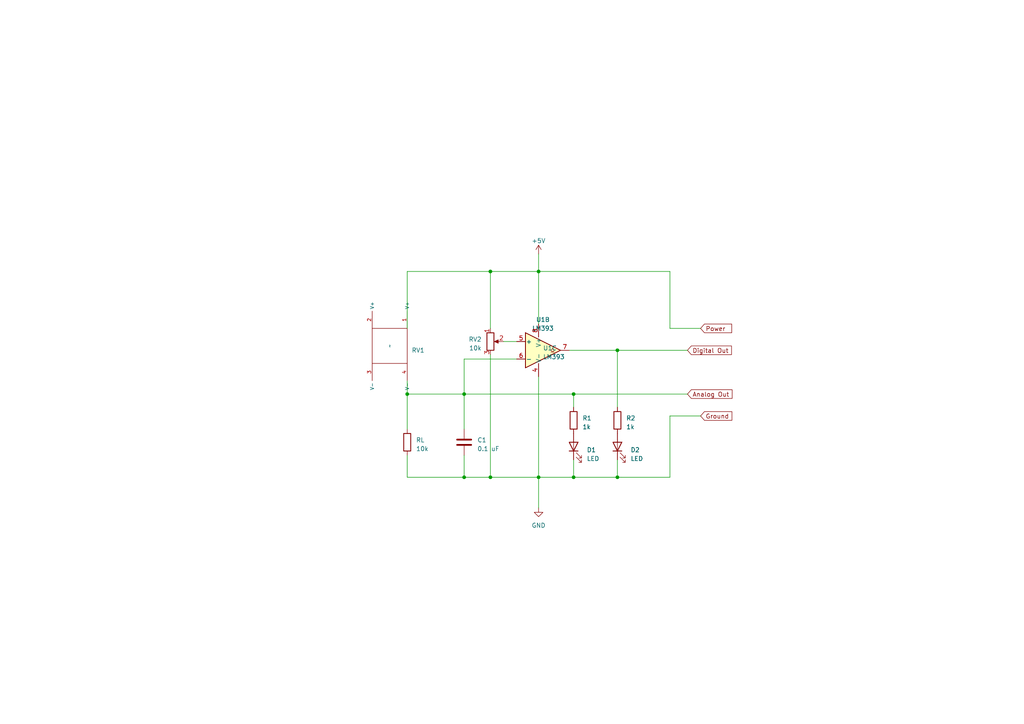
<source format=kicad_sch>
(kicad_sch (version 20230121) (generator eeschema)
  (paper "A4")
  (lib_symbols
    (symbol "Comparator:LM393" (pin_names (offset 0.127))
      (property "Reference" "U" (at 3.81 3.81 0))
      (property "Value" "LM393" (at 6.35 -3.81 0))
      (symbol "LM393_1_1"
        (polyline (pts (xy -5.08 5.08) (xy 5.08 0) (xy -5.08 -5.08) (xy -5.08 5.08)) (stroke (width 0.254)) (fill (type background)))
        (polyline (pts (xy 3.302 -0.508) (xy 2.794 -0.508) (xy 3.302 0) (xy 2.794 0.508) (xy 2.286 0) (xy 2.794 -0.508) (xy 2.286 -0.508)) (stroke (width 0.127)))
        (pin open_collector line (at 7.62 0 180) (length 2.54) (name "~") (number "1"))
        (pin input line (at -7.62 -2.54 0) (length 2.54) (name "-") (number "2"))
        (pin input line (at -7.62 2.54 0) (length 2.54) (name "+") (number "3"))
      )
      (symbol "LM393_2_1"
        (polyline (pts (xy -5.08 5.08) (xy 5.08 0) (xy -5.08 -5.08) (xy -5.08 5.08)) (stroke (width 0.254)) (fill (type background)))
        (polyline (pts (xy 3.302 -0.508) (xy 2.794 -0.508) (xy 3.302 0) (xy 2.794 0.508) (xy 2.286 0) (xy 2.794 -0.508) (xy 2.286 -0.508)) (stroke (width 0.127)))
        (pin input line (at -7.62 2.54 0) (length 2.54) (name "+") (number "5"))
        (pin input line (at -7.62 -2.54 0) (length 2.54) (name "-") (number "6"))
        (pin open_collector line (at 7.62 0 180) (length 2.54) (name "~") (number "7"))
      )
      (symbol "LM393_3_1"
        (pin power_in line (at -2.54 -7.62 90) (length 3.81) (name "V-") (number "4"))
        (pin power_in line (at -2.54 7.62 270) (length 3.81) (name "V+") (number "8"))
      )
    )
    (symbol "Device:C" (pin_numbers hide) (pin_names (offset 0.254))
      (property "Reference" "C" (at 0.635 2.54 0))
      (property "Value" "C" (at 0.635 -2.54 0))
      (symbol "C_0_1"
        (polyline (pts (xy -2.032 -0.762) (xy 2.032 -0.762)) (stroke (width 0.508)))
        (polyline (pts (xy -2.032 0.762) (xy 2.032 0.762)) (stroke (width 0.508)))
      )
      (symbol "C_1_1"
        (pin passive line (at 0 3.81 270) (length 2.794) (name "~") (number "1"))
        (pin passive line (at 0 -3.81 90) (length 2.794) (name "~") (number "2"))
      )
    )
    (symbol "Device:LED" (pin_numbers hide) (pin_names (offset 1.016) hide)
      (property "Reference" "D" (at 0 2.54 0))
      (property "Value" "LED" (at 0 -2.54 0))
      (symbol "LED_0_1"
        (polyline (pts (xy -1.27 -1.27) (xy -1.27 1.27)) (stroke (width 0.254)))
        (polyline (pts (xy -1.27 0) (xy 1.27 0)))
        (polyline (pts (xy 1.27 -1.27) (xy 1.27 1.27) (xy -1.27 0) (xy 1.27 -1.27)) (stroke (width 0.254)))
        (polyline (pts (xy -3.048 -0.762) (xy -4.572 -2.286) (xy -3.81 -2.286) (xy -4.572 -2.286) (xy -4.572 -1.524)))
        (polyline (pts (xy -1.778 -0.762) (xy -3.302 -2.286) (xy -2.54 -2.286) (xy -3.302 -2.286) (xy -3.302 -1.524)))
      )
      (symbol "LED_1_1"
        (pin passive line (at -3.81 0 0) (length 2.54) (name "K") (number "1"))
        (pin passive line (at 3.81 0 180) (length 2.54) (name "A") (number "2"))
      )
    )
    (symbol "Device:R" (pin_numbers hide) (pin_names (offset 0))
      (property "Reference" "R" (at 2.032 0 90))
      (property "Value" "R" (at 0 0 90))
      (symbol "R_0_1"
        (rectangle (start -1.016 -2.54) (end 1.016 2.54) (stroke (width 0.254)))
      )
      (symbol "R_1_1"
        (pin passive line (at 0 3.81 270) (length 1.27) (name "~") (number "1"))
        (pin passive line (at 0 -3.81 90) (length 1.27) (name "~") (number "2"))
      )
    )
    (symbol "Device:R_Potentiometer" (pin_names (offset 1.016) hide)
      (property "Reference" "RV" (at -4.445 0 90))
      (property "Value" "R_Potentiometer" (at -2.54 0 90))
      (symbol "R_Potentiometer_0_1"
        (polyline (pts (xy 2.54 0) (xy 1.524 0)))
        (polyline (pts (xy 1.143 0) (xy 2.286 0.508) (xy 2.286 -0.508) (xy 1.143 0)) (fill (type outline)))
        (rectangle (start 1.016 2.54) (end -1.016 -2.54) (stroke (width 0.254)))
      )
      (symbol "R_Potentiometer_1_1"
        (pin passive line (at 0 3.81 270) (length 1.27) (name "1") (number "1"))
        (pin passive line (at 3.81 0 180) (length 1.27) (name "2") (number "2"))
        (pin passive line (at 0 -3.81 90) (length 1.27) (name "3") (number "3"))
      )
    )
    (symbol "NH3 Sensor:NH3S"
      (property "Reference" "RV" (at 0 7.62 0))
      (symbol "NH3S_0_1"
        (rectangle (start -5.08 5.08) (end 5.08 -5.08))
      )
      (symbol "NH3S_1_1"
        (pin bidirectional line (at -5.08 5.08 180) (length 5) (name "V+") (number "1"))
        (pin bidirectional line (at -5.08 -5.08 180) (length 5) (name "V+") (number "2"))
        (pin bidirectional line (at 5.08 -5.08 0) (length 5) (name "V-") (number "3"))
        (pin bidirectional line (at 5.08 5.08 0) (length 5) (name "V-") (number "4"))
      )
    )
    (symbol "power:+5V" (power) (pin_names (offset 0))
      (property "Value" "+5V" (at 0 3.556 0))
      (symbol "+5V_0_1"
        (polyline (pts (xy -0.762 1.27) (xy 0 2.54)))
        (polyline (pts (xy 0 0) (xy 0 2.54)))
        (polyline (pts (xy 0 2.54) (xy 0.762 1.27)))
      )
      (symbol "+5V_1_1"
        (pin power_in line (at 0 0 90) (length 0) hide (name "+5V") (number "1"))
      )
    )
    (symbol "power:GND" (power) (pin_names (offset 0))
      (property "Value" "GND" (at 0 -3.81 0))
      (symbol "GND_0_1"
        (polyline (pts (xy 0 0) (xy 0 -1.27) (xy 1.27 -1.27) (xy 0 -2.54) (xy -1.27 -1.27) (xy 0 -1.27)))
      )
      (symbol "GND_1_1"
        (pin power_in line (at 0 0 270) (length 0) hide (name "GND") (number "1"))
      )
    )
  )
  (junction (at 179.07 138.43))
  (junction (at 156.21 138.43))
  (junction (at 142.24 138.43))
  (junction (at 118.11 114.3))
  (junction (at 156.21 78.74))
  (junction (at 166.37 114.3))
  (junction (at 179.07 101.6))
  (junction (at 134.62 138.43))
  (junction (at 166.37 138.43))
  (junction (at 142.24 78.74))
  (junction (at 134.62 114.3))
  (wire (pts (xy 142.24 78.74) (xy 142.24 95.25)))
  (wire (pts (xy 118.11 110.49) (xy 118.11 114.3)))
  (wire (pts (xy 156.21 73.66) (xy 156.21 78.74)))
  (wire (pts (xy 166.37 114.3) (xy 166.37 118.11)))
  (wire (pts (xy 194.31 78.74) (xy 156.21 78.74)))
  (wire (pts (xy 134.62 114.3) (xy 166.37 114.3)))
  (wire (pts (xy 179.07 133.35) (xy 179.07 138.43)))
  (wire (pts (xy 166.37 133.35) (xy 166.37 138.43)))
  (wire (pts (xy 134.62 138.43) (xy 142.24 138.43)))
  (wire (pts (xy 203.2 95.25) (xy 194.31 95.25)))
  (wire (pts (xy 134.62 104.14) (xy 134.62 114.3)))
  (wire (pts (xy 149.86 104.14) (xy 134.62 104.14)))
  (wire (pts (xy 156.21 78.74) (xy 156.21 93.98)))
  (wire (pts (xy 134.62 114.3) (xy 134.62 124.46)))
  (wire (pts (xy 203.2 120.65) (xy 194.31 120.65)))
  (wire (pts (xy 118.11 138.43) (xy 134.62 138.43)))
  (wire (pts (xy 179.07 101.6) (xy 179.07 118.11)))
  (wire (pts (xy 156.21 138.43) (xy 166.37 138.43)))
  (wire (pts (xy 194.31 95.25) (xy 194.31 78.74)))
  (wire (pts (xy 194.31 138.43) (xy 179.07 138.43)))
  (wire (pts (xy 165.1 101.6) (xy 179.07 101.6)))
  (wire (pts (xy 199.39 101.6) (xy 179.07 101.6)))
  (wire (pts (xy 194.31 120.65) (xy 194.31 138.43)))
  (wire (pts (xy 118.11 78.74) (xy 118.11 95.25)))
  (wire (pts (xy 156.21 109.22) (xy 156.21 138.43)))
  (wire (pts (xy 142.24 78.74) (xy 118.11 78.74)))
  (wire (pts (xy 118.11 132.08) (xy 118.11 138.43)))
  (wire (pts (xy 146.05 99.06) (xy 149.86 99.06)))
  (wire (pts (xy 156.21 78.74) (xy 142.24 78.74)))
  (wire (pts (xy 118.11 114.3) (xy 134.62 114.3)))
  (wire (pts (xy 142.24 102.87) (xy 142.24 138.43)))
  (wire (pts (xy 142.24 138.43) (xy 156.21 138.43)))
  (wire (pts (xy 156.21 138.43) (xy 156.21 147.32)))
  (wire (pts (xy 134.62 138.43) (xy 134.62 132.08)))
  (wire (pts (xy 199.39 114.3) (xy 166.37 114.3)))
  (wire (pts (xy 166.37 138.43) (xy 179.07 138.43)))
  (wire (pts (xy 118.11 114.3) (xy 118.11 124.46)))
  (global_label "Ground" (shape input) (at 203.2 120.65 0) (property "Intersheetrefs" "${INTERSHEET_REFS}" (effects hide)))
  (global_label "Digital Out" (shape input) (at 199.39 101.6 0) (property "Intersheetrefs" "${INTERSHEET_REFS}" (effects hide)))
  (global_label "Power " (shape input) (at 203.2 95.25 0) (property "Intersheetrefs" "${INTERSHEET_REFS}" (effects hide)))
  (global_label "Analog Out" (shape input) (at 199.39 114.3 0) (property "Intersheetrefs" "${INTERSHEET_REFS}" (effects hide)))
  (symbol (lib_id "power:GND") (at 156.21 147.32 0) (unit 1)
    (property "Reference" "#PWR02" (effects hide))
    (property "Value" "GND" (at 156.21 152.4 0))
  )
  (symbol (lib_id "Device:R") (at 118.11 128.27 0) (unit 1)
    (property "Reference" "RL" (at 120.65 127.635 0) (effects (justify left)))
    (property "Value" "10k" (at 120.65 130.175 0) (effects (justify left)))
  )
  (symbol (lib_id "Device:LED") (at 166.37 129.54 90) (unit 1)
    (property "Reference" "D1" (at 170.18 130.4925 90) (effects (justify right)))
    (property "Value" "LED" (at 170.18 133.0325 90) (effects (justify right)))
  )
  (symbol (lib_id "Device:R") (at 166.37 121.92 0) (unit 1)
    (property "Reference" "R1" (at 168.91 121.285 0) (effects (justify left)))
    (property "Value" "1k" (at 168.91 123.825 0) (effects (justify left)))
  )
  (symbol (lib_id "power:+5V") (at 156.21 73.66 0) (unit 1)
    (property "Reference" "#PWR01" (effects hide))
    (property "Value" "+5V" (at 156.21 69.85 0))
  )
  (symbol (lib_id "Device:LED") (at 179.07 129.54 90) (unit 1)
    (property "Reference" "D2" (at 182.88 130.4925 90) (effects (justify right)))
    (property "Value" "LED" (at 182.88 133.0325 90) (effects (justify right)))
  )
  (symbol (lib_id "Comparator:LM393") (at 157.48 101.6 0) (unit 2)
    (property "Reference" "U1" (at 157.48 92.71 0))
    (property "Value" "LM393" (at 157.48 95.25 0))
    (property "Datasheet" "http://www.ti.com/lit/ds/symlink/lm393.pdf" (effects hide))
  )
  (symbol (lib_id "Comparator:LM393") (at 158.75 101.6 0) (unit 3)
    (property "Reference" "U1" (at 157.48 100.965 0) (effects (justify left)))
    (property "Value" "LM393" (at 157.48 103.505 0) (effects (justify left)))
    (property "Datasheet" "http://www.ti.com/lit/ds/symlink/lm393.pdf" (effects hide))
  )
  (symbol (lib_id "Device:R") (at 179.07 121.92 0) (unit 1)
    (property "Reference" "R2" (at 181.61 121.285 0) (effects (justify left)))
    (property "Value" "1k" (at 181.61 123.825 0) (effects (justify left)))
  )
  (symbol (lib_id "NH3 Sensor:NH3S") (at 113.03 100.33 270) (unit 1)
    (property "Reference" "RV1" (at 119.38 101.6 90) (effects (justify left)))
    (property "Value" "~" (at 113.03 100.33 0))
  )
  (symbol (lib_id "Device:R_Potentiometer") (at 142.24 99.06 0) (unit 1)
    (property "Reference" "RV2" (at 139.7 98.425 0) (effects (justify right)))
    (property "Value" "10k" (at 139.7 100.965 0) (effects (justify right)))
  )
  (symbol (lib_id "Device:C") (at 134.62 128.27 180) (unit 1)
    (property "Reference" "C1" (at 138.43 127.635 0) (effects (justify right)))
    (property "Value" "0.1 uF" (at 138.43 130.175 0) (effects (justify right)))
  )
)
</source>
